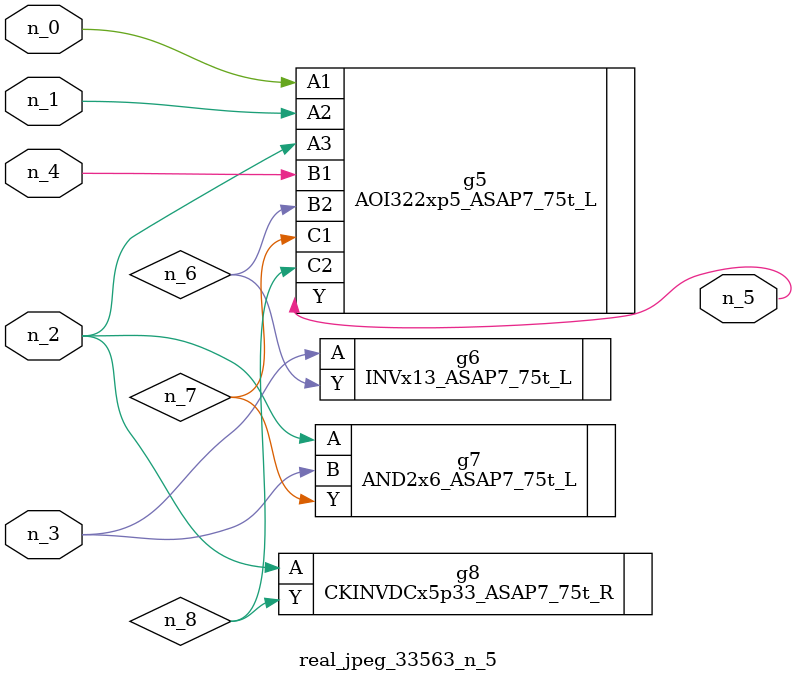
<source format=v>
module real_jpeg_33563_n_5 (n_4, n_0, n_1, n_2, n_3, n_5);

input n_4;
input n_0;
input n_1;
input n_2;
input n_3;

output n_5;

wire n_8;
wire n_6;
wire n_7;

AOI322xp5_ASAP7_75t_L g5 ( 
.A1(n_0),
.A2(n_1),
.A3(n_2),
.B1(n_4),
.B2(n_6),
.C1(n_7),
.C2(n_8),
.Y(n_5)
);

AND2x6_ASAP7_75t_L g7 ( 
.A(n_2),
.B(n_3),
.Y(n_7)
);

CKINVDCx5p33_ASAP7_75t_R g8 ( 
.A(n_2),
.Y(n_8)
);

INVx13_ASAP7_75t_L g6 ( 
.A(n_3),
.Y(n_6)
);


endmodule
</source>
